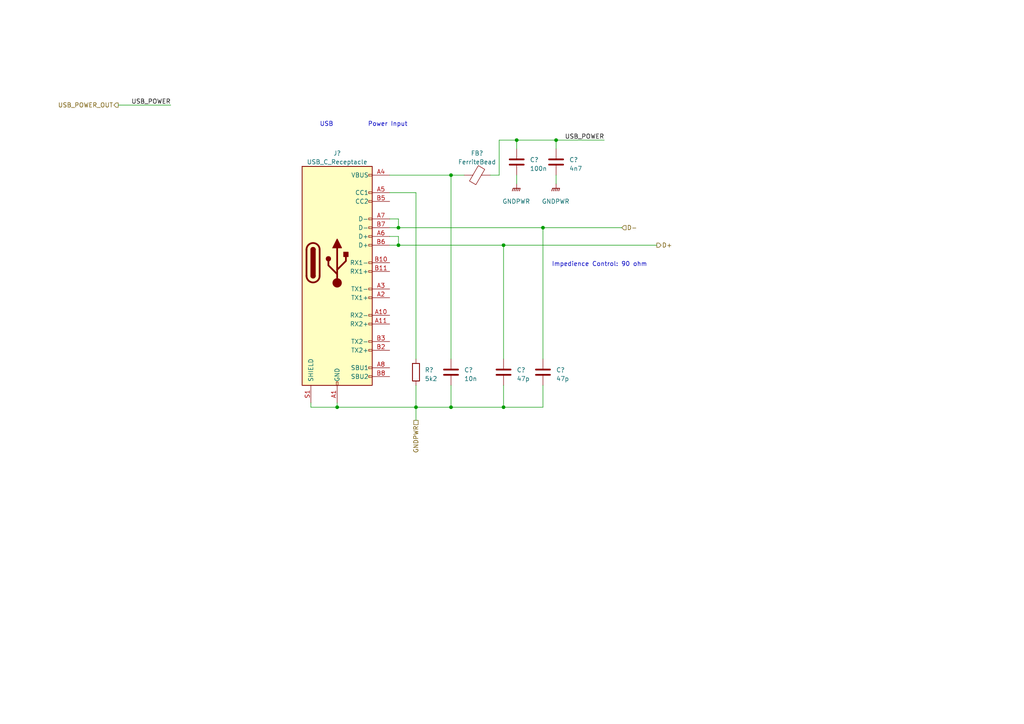
<source format=kicad_sch>
(kicad_sch (version 20230121) (generator eeschema)
  (paper "A4")
  (lib_symbols
    (symbol "000_Capacitor_Film_Immo:100n" (pin_numbers hide) (pin_names (offset 0.254))
      (property "Reference" "C" (at 0.635 2.54 0))
      (property "Value" "100n" (at 0.635 -2.54 0))
      (symbol "100n_0_1"
        (polyline (pts (xy -2.032 -0.762) (xy 2.032 -0.762)) (stroke (width 0.508)))
        (polyline (pts (xy -2.032 0.762) (xy 2.032 0.762)) (stroke (width 0.508)))
      )
      (symbol "100n_1_1"
        (pin passive line (at 0 3.81 270) (length 2.794) (name "~") (number "1"))
        (pin passive line (at 0 -3.81 90) (length 2.794) (name "~") (number "2"))
      )
    )
    (symbol "000_Capacitor_Film_Immo:cap_film_0805" (pin_numbers hide) (pin_names (offset 0.254))
      (property "Reference" "C" (at 0.635 2.54 0))
      (property "Value" "cap_film_0805" (at 0.635 -2.54 0))
      (symbol "cap_film_0805_0_1"
        (polyline (pts (xy -2.032 -0.762) (xy 2.032 -0.762)) (stroke (width 0.508)))
        (polyline (pts (xy -2.032 0.762) (xy 2.032 0.762)) (stroke (width 0.508)))
      )
      (symbol "cap_film_0805_1_1"
        (pin passive line (at 0 3.81 270) (length 2.794) (name "~") (number "1"))
        (pin passive line (at 0 -3.81 90) (length 2.794) (name "~") (number "2"))
      )
    )
    (symbol "000_Resistors_Immo:Resistor_0805" (pin_numbers hide) (pin_names (offset 0))
      (property "Reference" "R?" (at -2.54 3.81 0))
      (property "Value" "Resistor_0805" (at -5.08 2.54 0))
      (symbol "Resistor_0805_0_1"
        (rectangle (start 2.54 -1.016) (end -2.54 1.016) (stroke (width 0.254)))
      )
      (symbol "Resistor_0805_1_1"
        (pin passive line (at -3.81 0 0) (length 1.27) (name "~") (number "1"))
        (pin passive line (at 3.81 0 180) (length 1.27) (name "~") (number "2"))
      )
    )
    (symbol "Connector:USB_C_Receptacle" (pin_names (offset 1.016))
      (property "Reference" "J" (at -10.16 29.21 0))
      (property "Value" "USB_C_Receptacle" (at 10.16 29.21 0))
      (symbol "USB_C_Receptacle_0_0"
        (rectangle (start -0.254 -35.56) (end 0.254 -34.544))
        (rectangle (start 10.16 -32.766) (end 9.144 -33.274))
        (rectangle (start 10.16 -30.226) (end 9.144 -30.734))
        (rectangle (start 10.16 -25.146) (end 9.144 -25.654))
        (rectangle (start 10.16 -22.606) (end 9.144 -23.114))
        (rectangle (start 10.16 -17.526) (end 9.144 -18.034))
        (rectangle (start 10.16 -14.986) (end 9.144 -15.494))
        (rectangle (start 10.16 -9.906) (end 9.144 -10.414))
        (rectangle (start 10.16 -7.366) (end 9.144 -7.874))
        (rectangle (start 10.16 -2.286) (end 9.144 -2.794))
        (rectangle (start 10.16 0.254) (end 9.144 -0.254))
        (rectangle (start 10.16 5.334) (end 9.144 4.826))
        (rectangle (start 10.16 7.874) (end 9.144 7.366))
        (rectangle (start 10.16 10.414) (end 9.144 9.906))
        (rectangle (start 10.16 12.954) (end 9.144 12.446))
        (rectangle (start 10.16 18.034) (end 9.144 17.526))
        (rectangle (start 10.16 20.574) (end 9.144 20.066))
        (rectangle (start 10.16 25.654) (end 9.144 25.146))
      )
      (symbol "USB_C_Receptacle_0_1"
        (rectangle (start -10.16 27.94) (end 10.16 -35.56) (stroke (width 0.254)) (fill (type background)))
        (arc (start -8.89 -3.81) (mid -6.985 -5.7067) (end -5.08 -3.81) (stroke (width 0.508)))
        (arc (start -7.62 -3.81) (mid -6.985 -4.4423) (end -6.35 -3.81) (stroke (width 0.254)))
        (arc (start -7.62 -3.81) (mid -6.985 -4.4423) (end -6.35 -3.81) (stroke (width 0.254)) (fill (type outline)))
        (rectangle (start -7.62 -3.81) (end -6.35 3.81) (stroke (width 0.254)) (fill (type outline)))
        (arc (start -6.35 3.81) (mid -6.985 4.4423) (end -7.62 3.81) (stroke (width 0.254)))
        (arc (start -6.35 3.81) (mid -6.985 4.4423) (end -7.62 3.81) (stroke (width 0.254)) (fill (type outline)))
        (arc (start -5.08 3.81) (mid -6.985 5.7067) (end -8.89 3.81) (stroke (width 0.508)))
        (polyline (pts (xy -8.89 -3.81) (xy -8.89 3.81)) (stroke (width 0.508)))
        (polyline (pts (xy -5.08 3.81) (xy -5.08 -3.81)) (stroke (width 0.508)))
      )
      (symbol "USB_C_Receptacle_1_1"
        (circle (center -2.54 1.143) (radius 0.635) (stroke (width 0.254)) (fill (type outline)))
        (circle (center 0 -5.842) (radius 1.27) (fill (type outline)))
        (polyline (pts (xy 0 -5.842) (xy 0 4.318)) (stroke (width 0.508)))
        (polyline (pts (xy 0 -3.302) (xy -2.54 -0.762) (xy -2.54 0.508)) (stroke (width 0.508)))
        (polyline (pts (xy 0 -2.032) (xy 2.54 0.508) (xy 2.54 1.778)) (stroke (width 0.508)))
        (polyline (pts (xy -1.27 4.318) (xy 0 6.858) (xy 1.27 4.318) (xy -1.27 4.318)) (stroke (width 0.254)) (fill (type outline)))
        (rectangle (start 1.905 1.778) (end 3.175 3.048) (stroke (width 0.254)) (fill (type outline)))
        (pin passive line (at 0 -40.64 90) (length 5.08) (name "GND") (number "A1"))
        (pin bidirectional line (at 15.24 -15.24 180) (length 5.08) (name "RX2-") (number "A10"))
        (pin bidirectional line (at 15.24 -17.78 180) (length 5.08) (name "RX2+") (number "A11"))
        (pin passive line (at 0 -40.64 90) (length 5.08) hide (name "GND") (number "A12"))
        (pin bidirectional line (at 15.24 -10.16 180) (length 5.08) (name "TX1+") (number "A2"))
        (pin bidirectional line (at 15.24 -7.62 180) (length 5.08) (name "TX1-") (number "A3"))
        (pin passive line (at 15.24 25.4 180) (length 5.08) (name "VBUS") (number "A4"))
        (pin bidirectional line (at 15.24 20.32 180) (length 5.08) (name "CC1") (number "A5"))
        (pin bidirectional line (at 15.24 7.62 180) (length 5.08) (name "D+") (number "A6"))
        (pin bidirectional line (at 15.24 12.7 180) (length 5.08) (name "D-") (number "A7"))
        (pin bidirectional line (at 15.24 -30.48 180) (length 5.08) (name "SBU1") (number "A8"))
        (pin passive line (at 15.24 25.4 180) (length 5.08) hide (name "VBUS") (number "A9"))
        (pin passive line (at 0 -40.64 90) (length 5.08) hide (name "GND") (number "B1"))
        (pin bidirectional line (at 15.24 0 180) (length 5.08) (name "RX1-") (number "B10"))
        (pin bidirectional line (at 15.24 -2.54 180) (length 5.08) (name "RX1+") (number "B11"))
        (pin passive line (at 0 -40.64 90) (length 5.08) hide (name "GND") (number "B12"))
        (pin bidirectional line (at 15.24 -25.4 180) (length 5.08) (name "TX2+") (number "B2"))
        (pin bidirectional line (at 15.24 -22.86 180) (length 5.08) (name "TX2-") (number "B3"))
        (pin passive line (at 15.24 25.4 180) (length 5.08) hide (name "VBUS") (number "B4"))
        (pin bidirectional line (at 15.24 17.78 180) (length 5.08) (name "CC2") (number "B5"))
        (pin bidirectional line (at 15.24 5.08 180) (length 5.08) (name "D+") (number "B6"))
        (pin bidirectional line (at 15.24 10.16 180) (length 5.08) (name "D-") (number "B7"))
        (pin bidirectional line (at 15.24 -33.02 180) (length 5.08) (name "SBU2") (number "B8"))
        (pin passive line (at 15.24 25.4 180) (length 5.08) hide (name "VBUS") (number "B9"))
        (pin passive line (at -7.62 -40.64 90) (length 5.08) (name "SHIELD") (number "S1"))
      )
    )
    (symbol "Device:FerriteBead" (pin_numbers hide) (pin_names (offset 0))
      (property "Reference" "FB" (at -3.81 0.635 90))
      (property "Value" "FerriteBead" (at 3.81 0 90))
      (symbol "FerriteBead_0_1"
        (polyline (pts (xy 0 -1.27) (xy 0 -1.2192)))
        (polyline (pts (xy 0 1.27) (xy 0 1.2954)))
        (polyline (pts (xy -2.7686 0.4064) (xy -1.7018 2.2606) (xy 2.7686 -0.3048) (xy 1.6764 -2.159) (xy -2.7686 0.4064)))
      )
      (symbol "FerriteBead_1_1"
        (pin passive line (at 0 3.81 270) (length 2.54) (name "~") (number "1"))
        (pin passive line (at 0 -3.81 90) (length 2.54) (name "~") (number "2"))
      )
    )
    (symbol "power:GNDPWR" (power) (pin_names (offset 0))
      (property "Value" "GNDPWR" (at 0 -3.302 0))
      (symbol "GNDPWR_0_1"
        (polyline (pts (xy 0 -1.27) (xy 0 0)))
        (polyline (pts (xy -1.016 -1.27) (xy -1.27 -2.032) (xy -1.27 -2.032)) (stroke (width 0.2032)))
        (polyline (pts (xy -0.508 -1.27) (xy -0.762 -2.032) (xy -0.762 -2.032)) (stroke (width 0.2032)))
        (polyline (pts (xy 0 -1.27) (xy -0.254 -2.032) (xy -0.254 -2.032)) (stroke (width 0.2032)))
        (polyline (pts (xy 0.508 -1.27) (xy 0.254 -2.032) (xy 0.254 -2.032)) (stroke (width 0.2032)))
        (polyline (pts (xy 1.016 -1.27) (xy -1.016 -1.27) (xy -1.016 -1.27)) (stroke (width 0.2032)))
        (polyline (pts (xy 1.016 -1.27) (xy 0.762 -2.032) (xy 0.762 -2.032) (xy 0.762 -2.032)) (stroke (width 0.2032)))
      )
      (symbol "GNDPWR_1_1"
        (pin power_in line (at 0 0 270) (length 0) hide (name "GNDPWR") (number "1"))
      )
    )
  )
  (junction (at 115.57 71.12))
  (junction (at 120.65 118.11))
  (junction (at 130.81 50.8))
  (junction (at 146.05 71.12))
  (junction (at 157.48 66.04))
  (junction (at 115.57 66.04))
  (junction (at 97.79 118.11))
  (junction (at 161.29 40.64))
  (junction (at 130.81 118.11))
  (junction (at 146.05 118.11))
  (junction (at 149.86 40.64))
  (wire (pts (xy 146.05 111.76) (xy 146.05 118.11)))
  (wire (pts (xy 149.86 40.64) (xy 161.29 40.64)))
  (wire (pts (xy 130.81 118.11) (xy 130.81 111.76)))
  (wire (pts (xy 146.05 71.12) (xy 146.05 104.14)))
  (wire (pts (xy 146.05 118.11) (xy 130.81 118.11)))
  (wire (pts (xy 161.29 50.8) (xy 161.29 53.34)))
  (wire (pts (xy 34.29 30.48) (xy 49.53 30.48)))
  (wire (pts (xy 146.05 71.12) (xy 190.5 71.12)))
  (wire (pts (xy 113.03 71.12) (xy 115.57 71.12)))
  (wire (pts (xy 120.65 104.14) (xy 120.65 55.88)))
  (wire (pts (xy 144.78 40.64) (xy 149.86 40.64)))
  (wire (pts (xy 113.03 50.8) (xy 130.81 50.8)))
  (wire (pts (xy 113.03 68.58) (xy 115.57 68.58)))
  (wire (pts (xy 161.29 40.64) (xy 175.26 40.64)))
  (wire (pts (xy 115.57 66.04) (xy 115.57 63.5)))
  (wire (pts (xy 149.86 50.8) (xy 149.86 53.34)))
  (wire (pts (xy 115.57 71.12) (xy 146.05 71.12)))
  (wire (pts (xy 97.79 118.11) (xy 90.17 118.11)))
  (wire (pts (xy 157.48 66.04) (xy 157.48 104.14)))
  (wire (pts (xy 144.78 40.64) (xy 144.78 50.8)))
  (wire (pts (xy 115.57 68.58) (xy 115.57 71.12)))
  (wire (pts (xy 157.48 66.04) (xy 180.34 66.04)))
  (wire (pts (xy 149.86 40.64) (xy 149.86 43.18)))
  (wire (pts (xy 90.17 118.11) (xy 90.17 116.84)))
  (wire (pts (xy 113.03 63.5) (xy 115.57 63.5)))
  (wire (pts (xy 97.79 116.84) (xy 97.79 118.11)))
  (wire (pts (xy 120.65 111.76) (xy 120.65 118.11)))
  (wire (pts (xy 97.79 118.11) (xy 120.65 118.11)))
  (wire (pts (xy 120.65 118.11) (xy 130.81 118.11)))
  (wire (pts (xy 120.65 118.11) (xy 120.65 121.92)))
  (wire (pts (xy 130.81 50.8) (xy 134.62 50.8)))
  (wire (pts (xy 142.24 50.8) (xy 144.78 50.8)))
  (wire (pts (xy 130.81 50.8) (xy 130.81 104.14)))
  (wire (pts (xy 120.65 55.88) (xy 113.03 55.88)))
  (wire (pts (xy 157.48 111.76) (xy 157.48 118.11)))
  (wire (pts (xy 161.29 43.18) (xy 161.29 40.64)))
  (wire (pts (xy 113.03 66.04) (xy 115.57 66.04)))
  (wire (pts (xy 157.48 118.11) (xy 146.05 118.11)))
  (wire (pts (xy 115.57 66.04) (xy 157.48 66.04)))
  (text "Impedience Control: 90 ohm" (at 160.02 77.47 0) (effects (font (size 1.27 1.27)) (justify left bottom)))
  (text "Power Input" (at 106.68 36.83 0) (effects (font (size 1.27 1.27)) (justify left bottom)))
  (text "USB" (at 92.71 36.83 0) (effects (font (size 1.27 1.27)) (justify left bottom)))
  (label "USB_POWER" (at 175.26 40.64 180))
  (label "USB_POWER" (at 49.53 30.48 180))
  (hierarchical_label "USB_POWER_OUT" (shape output) (at 34.29 30.48 180))
  (hierarchical_label "GNDPWR" (shape passive) (at 120.65 121.92 270))
  (hierarchical_label "D-" (shape input) (at 180.34 66.04 0))
  (hierarchical_label "D+" (shape output) (at 190.5 71.12 0))
  (symbol (lib_id "Connector:USB_C_Receptacle") (at 97.79 76.2 0) (unit 1)
    (property "Reference" "J?" (at 97.79 44.45 0))
    (property "Value" "USB_C_Receptacle" (at 97.79 46.99 0))
    (property "Footprint" "Connector_USB:USB_C_Receptacle_Molex_105450-0101" (effects hide))
    (property "Datasheet" "https://www.usb.org/sites/default/files/documents/usb_type-c.zip" (effects hide))
    (instances (project "ImogenWren" (path "" (reference "J?") (unit 1)) (path "" (reference "J8") (unit 1))))
  )
  (symbol (lib_id "000_Capacitor_Film_Immo:cap_film_0805") (at 130.81 107.95 0) (unit 1)
    (property "Reference" "C?" (at 134.62 107.315 0) (effects (justify left)))
    (property "Value" "10n" (at 134.62 109.855 0) (effects (justify left)))
    (property "Footprint" "Capacitor_SMD:C_0805_2012Metric_Pad1.18x1.45mm_HandSolder" (effects hide))
    (instances (project "ImogenWren" (path "" (reference "C?") (unit 1)) (path "" (reference "C8") (unit 1))))
  )
  (symbol (lib_id "000_Resistors_Immo:Resistor_0805") (at 120.65 107.95 90) (unit 1)
    (property "Reference" "R?" (at 123.19 107.315 90) (effects (justify right)))
    (property "Value" "5k2" (at 123.19 109.855 90) (effects (justify right)))
    (property "Footprint" "Resistor_SMD:R_0805_2012Metric_Pad1.20x1.40mm_HandSolder" (effects hide))
    (instances (project "ImogenWren" (path "" (reference "R?") (unit 1)) (path "" (reference "R12") (unit 1))))
  )
  (symbol (lib_id "power:GNDPWR") (at 149.86 53.34 0) (unit 1)
    (property "Reference" "#PWR?" (effects hide))
    (property "Value" "GNDPWR" (at 149.733 58.42 0))
    (instances (project "ImogenWren" (path "" (reference "#PWR?") (unit 1)) (path "" (reference "#PWR06") (unit 1))))
  )
  (symbol (lib_id "Device:FerriteBead") (at 138.43 50.8 90) (unit 1)
    (property "Reference" "FB?" (at 138.3792 44.45 90))
    (property "Value" "FerriteBead" (at 138.3792 46.99 90))
    (property "Footprint" "Inductor_SMD:L_0805_2012Metric_Pad1.05x1.20mm_HandSolder" (effects hide))
    (instances (project "ImogenWren" (path "" (reference "FB?") (unit 1)) (path "" (reference "FB1") (unit 1))))
  )
  (symbol (lib_id "power:GNDPWR") (at 161.29 53.34 0) (unit 1)
    (property "Reference" "#PWR?" (effects hide))
    (property "Value" "GNDPWR" (at 161.163 58.42 0))
    (instances (project "ImogenWren" (path "" (reference "#PWR?") (unit 1)) (path "" (reference "#PWR07") (unit 1))))
  )
  (symbol (lib_id "000_Capacitor_Film_Immo:100n") (at 149.86 46.99 0) (unit 1)
    (property "Reference" "C?" (at 153.67 46.355 0) (effects (justify left)))
    (property "Value" "100n" (at 153.67 48.895 0) (effects (justify left)))
    (property "Footprint" "000_Capacitors_Immo:C_0805_2012_HandSolder_kawaii" (effects hide))
    (property "JLCpart" "C779975" (effects hide))
    (property "Cost" "0.02" (effects hide))
    (instances (project "ImogenWren" (path "" (reference "C?") (unit 1)) (path "" (reference "C10") (unit 1))))
  )
  (symbol (lib_id "000_Capacitor_Film_Immo:cap_film_0805") (at 157.48 107.95 0) (unit 1)
    (property "Reference" "C?" (at 161.29 107.315 0) (effects (justify left)))
    (property "Value" "47p" (at 161.29 109.855 0) (effects (justify left)))
    (property "Footprint" "Capacitor_SMD:C_0805_2012Metric_Pad1.18x1.45mm_HandSolder" (effects hide))
    (instances (project "ImogenWren" (path "" (reference "C?") (unit 1)) (path "" (reference "C11") (unit 1))))
  )
  (symbol (lib_id "000_Capacitor_Film_Immo:cap_film_0805") (at 146.05 107.95 0) (unit 1)
    (property "Reference" "C?" (at 149.86 107.315 0) (effects (justify left)))
    (property "Value" "47p" (at 149.86 109.855 0) (effects (justify left)))
    (property "Footprint" "Capacitor_SMD:C_0805_2012Metric_Pad1.18x1.45mm_HandSolder" (effects hide))
    (instances (project "ImogenWren" (path "" (reference "C?") (unit 1)) (path "" (reference "C9") (unit 1))))
  )
  (symbol (lib_id "000_Capacitor_Film_Immo:cap_film_0805") (at 161.29 46.99 0) (unit 1)
    (property "Reference" "C?" (at 165.1 46.355 0) (effects (justify left)))
    (property "Value" "4n7" (at 165.1 48.895 0) (effects (justify left)))
    (property "Footprint" "Capacitor_SMD:C_0805_2012Metric_Pad1.18x1.45mm_HandSolder" (effects hide))
    (instances (project "ImogenWren" (path "" (reference "C?") (unit 1)) (path "" (reference "C12") (unit 1))))
  )
)
</source>
